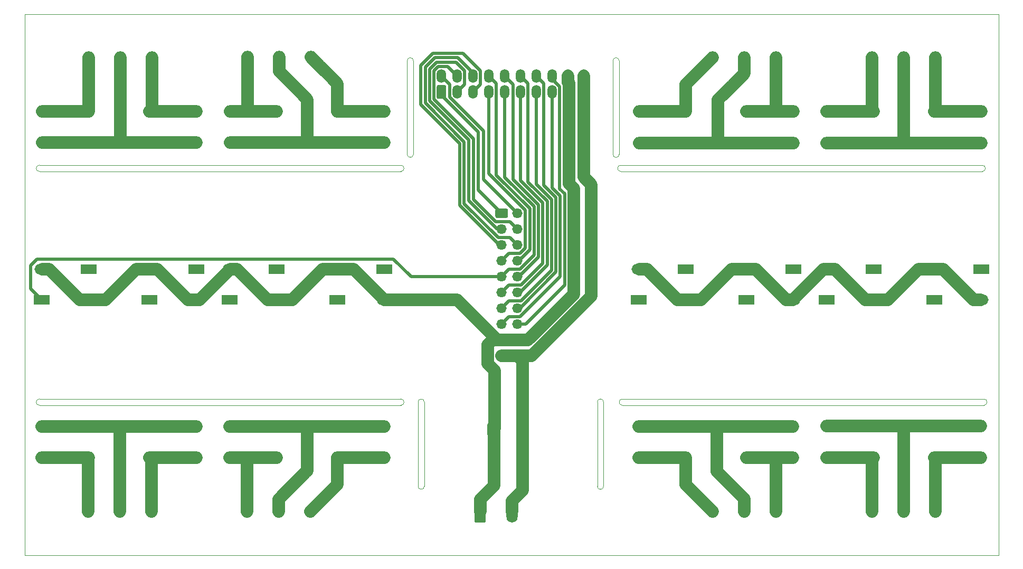
<source format=gbr>
%TF.GenerationSoftware,KiCad,Pcbnew,5.1.9-73d0e3b20d~88~ubuntu20.04.1*%
%TF.CreationDate,2021-03-03T11:34:14+04:00*%
%TF.ProjectId,relay_board,72656c61-795f-4626-9f61-72642e6b6963,rev?*%
%TF.SameCoordinates,Original*%
%TF.FileFunction,Copper,L2,Bot*%
%TF.FilePolarity,Positive*%
%FSLAX46Y46*%
G04 Gerber Fmt 4.6, Leading zero omitted, Abs format (unit mm)*
G04 Created by KiCad (PCBNEW 5.1.9-73d0e3b20d~88~ubuntu20.04.1) date 2021-03-03 11:34:14*
%MOMM*%
%LPD*%
G01*
G04 APERTURE LIST*
%TA.AperFunction,Profile*%
%ADD10C,0.050000*%
%TD*%
%TA.AperFunction,Profile*%
%ADD11C,0.100000*%
%TD*%
%TA.AperFunction,ComponentPad*%
%ADD12O,1.500000X2.200000*%
%TD*%
%TA.AperFunction,ComponentPad*%
%ADD13O,2.000000X2.000000*%
%TD*%
%TA.AperFunction,ComponentPad*%
%ADD14O,2.500000X1.650000*%
%TD*%
%TA.AperFunction,ComponentPad*%
%ADD15R,2.500000X1.650000*%
%TD*%
%TA.AperFunction,ComponentPad*%
%ADD16O,1.650000X1.500000*%
%TD*%
%TA.AperFunction,ComponentPad*%
%ADD17O,1.800000X3.600000*%
%TD*%
%TA.AperFunction,ComponentPad*%
%ADD18C,2.100000*%
%TD*%
%TA.AperFunction,ViaPad*%
%ADD19C,0.800000*%
%TD*%
%TA.AperFunction,Conductor*%
%ADD20C,2.000000*%
%TD*%
%TA.AperFunction,Conductor*%
%ADD21C,1.750000*%
%TD*%
%TA.AperFunction,Conductor*%
%ADD22C,0.500000*%
%TD*%
G04 APERTURE END LIST*
D10*
X145750000Y-46500000D02*
X145750000Y-50500000D01*
X146750000Y-46500000D02*
X146750000Y-50500000D01*
X112750000Y-46500000D02*
X112750000Y-50500000D01*
X113750000Y-46500000D02*
X113750000Y-50500000D01*
X144250000Y-112250000D02*
X144250000Y-114750000D01*
X143250000Y-112250000D02*
X143250000Y-114750000D01*
X114500000Y-101250000D02*
G75*
G02*
X115500000Y-101250000I500000J0D01*
G01*
X115500000Y-114750000D02*
G75*
G02*
X114500000Y-114750000I-500000J0D01*
G01*
X114500000Y-101250000D02*
X114500000Y-114750000D01*
X115500000Y-114750000D02*
X115500000Y-101250000D01*
X143250000Y-101250000D02*
G75*
G02*
X144250000Y-101250000I500000J0D01*
G01*
X144250000Y-114750000D02*
G75*
G02*
X143250000Y-114750000I-500000J0D01*
G01*
X143250000Y-101250000D02*
X143250000Y-112250000D01*
X144250000Y-112250000D02*
X144250000Y-101250000D01*
X112750000Y-46500000D02*
G75*
G02*
X113750000Y-46500000I500000J0D01*
G01*
X113750000Y-61500000D02*
G75*
G02*
X112750000Y-61500000I-500000J0D01*
G01*
X112750000Y-50500000D02*
X112750000Y-61500000D01*
X113750000Y-61500000D02*
X113750000Y-50500000D01*
X145750000Y-46500000D02*
G75*
G02*
X146750000Y-46500000I500000J0D01*
G01*
X146750000Y-61500000D02*
G75*
G02*
X145750000Y-61500000I-500000J0D01*
G01*
X145750000Y-50500000D02*
X145750000Y-61500000D01*
X146750000Y-61500000D02*
X146750000Y-50500000D01*
X53750000Y-64250000D02*
X111750000Y-64250000D01*
X111750000Y-63250000D02*
X53750000Y-63250000D01*
X53750000Y-64250000D02*
G75*
G02*
X53750000Y-63250000I0J500000D01*
G01*
X111750000Y-63250000D02*
G75*
G02*
X111750000Y-64250000I0J-500000D01*
G01*
X53750000Y-101750000D02*
X111750000Y-101750000D01*
X111750000Y-100750000D02*
X53750000Y-100750000D01*
X53750000Y-101750000D02*
G75*
G02*
X53750000Y-100750000I0J500000D01*
G01*
X111750000Y-100750000D02*
G75*
G02*
X111750000Y-101750000I0J-500000D01*
G01*
X147250000Y-101750000D02*
X205250000Y-101750000D01*
X205250000Y-100750000D02*
X147250000Y-100750000D01*
X147250000Y-101750000D02*
G75*
G02*
X147250000Y-100750000I0J500000D01*
G01*
X205250000Y-100750000D02*
G75*
G02*
X205250000Y-101750000I0J-500000D01*
G01*
X147000000Y-64250000D02*
G75*
G02*
X147000000Y-63250000I0J500000D01*
G01*
X205000000Y-63250000D02*
G75*
G02*
X205000000Y-64250000I0J-500000D01*
G01*
X147000000Y-64250000D02*
X205000000Y-64250000D01*
X205000000Y-63250000D02*
X147000000Y-63250000D01*
D11*
X207600000Y-125800000D02*
X51400000Y-125800000D01*
X207600000Y-39000000D02*
X207600000Y-125800000D01*
X51400000Y-125800000D02*
X51400000Y-39000000D01*
X51400000Y-39000000D02*
X207600000Y-39000000D01*
D12*
%TO.P,J12,20*%
%TO.N,GND*%
X141110000Y-48960000D03*
%TO.P,J12,18*%
%TO.N,/COM*%
X138570000Y-48960000D03*
%TO.P,J12,16*%
%TO.N,/L16*%
X136030000Y-48960000D03*
%TO.P,J12,14*%
%TO.N,/L14*%
X133490000Y-48960000D03*
%TO.P,J12,12*%
%TO.N,/L12*%
X130950000Y-48960000D03*
%TO.P,J12,10*%
%TO.N,/L10*%
X128410000Y-48960000D03*
%TO.P,J12,8*%
%TO.N,/L8*%
X125870000Y-48960000D03*
%TO.P,J12,6*%
%TO.N,/L6*%
X123330000Y-48960000D03*
%TO.P,J12,4*%
%TO.N,/L4*%
X120790000Y-48960000D03*
%TO.P,J12,2*%
%TO.N,/L2*%
X118250000Y-48960000D03*
%TO.P,J12,19*%
%TO.N,GND*%
X141110000Y-51500000D03*
%TO.P,J12,17*%
%TO.N,/COM*%
X138570000Y-51500000D03*
%TO.P,J12,15*%
%TO.N,/L15*%
X136030000Y-51500000D03*
%TO.P,J12,13*%
%TO.N,/L13*%
X133490000Y-51500000D03*
%TO.P,J12,11*%
%TO.N,/L11*%
X130950000Y-51500000D03*
%TO.P,J12,9*%
%TO.N,/L9*%
X128410000Y-51500000D03*
%TO.P,J12,7*%
%TO.N,/L7*%
X125870000Y-51500000D03*
%TO.P,J12,5*%
%TO.N,/L5*%
X123330000Y-51500000D03*
%TO.P,J12,3*%
%TO.N,/L3*%
X120790000Y-51500000D03*
%TO.P,J12,1*%
%TO.N,/L1*%
%TA.AperFunction,ComponentPad*%
G36*
G01*
X118779500Y-52600000D02*
X117720500Y-52600000D01*
G75*
G02*
X117500000Y-52379500I0J220500D01*
G01*
X117500000Y-50620500D01*
G75*
G02*
X117720500Y-50400000I220500J0D01*
G01*
X118779500Y-50400000D01*
G75*
G02*
X119000000Y-50620500I0J-220500D01*
G01*
X119000000Y-52379500D01*
G75*
G02*
X118779500Y-52600000I-220500J0D01*
G01*
G37*
%TD.AperFunction*%
%TD*%
D13*
%TO.P,K15,14*%
%TO.N,/sheet6028DD5A/3*%
X180050000Y-110160000D03*
%TO.P,K15,21*%
%TO.N,/sheet6028DD5A/L2*%
X187550000Y-105120000D03*
%TO.P,K15,24*%
%TO.N,/sheet6028DD5A/3*%
X187550000Y-110160000D03*
%TO.P,K15,11*%
%TO.N,/sheet6028DD5A/L2*%
X180050000Y-105120000D03*
D14*
%TO.P,K15,A2*%
%TO.N,/COM*%
X187550000Y-84820000D03*
D15*
%TO.P,K15,A1*%
%TO.N,/L15*%
X180050000Y-84820000D03*
%TD*%
%TO.P,J1,1*%
%TO.N,/L1*%
%TA.AperFunction,ComponentPad*%
G36*
G01*
X126900000Y-71489500D02*
X126900000Y-70430500D01*
G75*
G02*
X127120500Y-70210000I220500J0D01*
G01*
X128679500Y-70210000D01*
G75*
G02*
X128900000Y-70430500I0J-220500D01*
G01*
X128900000Y-71489500D01*
G75*
G02*
X128679500Y-71710000I-220500J0D01*
G01*
X127120500Y-71710000D01*
G75*
G02*
X126900000Y-71489500I0J220500D01*
G01*
G37*
%TD.AperFunction*%
D16*
%TO.P,J1,3*%
%TO.N,/L3*%
X127900000Y-73500000D03*
%TO.P,J1,5*%
%TO.N,/L5*%
X127900000Y-76040000D03*
%TO.P,J1,7*%
%TO.N,/L7*%
X127900000Y-78580000D03*
%TO.P,J1,9*%
%TO.N,/L9*%
X127900000Y-81120000D03*
%TO.P,J1,11*%
%TO.N,/L11*%
X127900000Y-83660000D03*
%TO.P,J1,13*%
%TO.N,/L13*%
X127900000Y-86200000D03*
%TO.P,J1,15*%
%TO.N,/L15*%
X127900000Y-88740000D03*
%TO.P,J1,17*%
%TO.N,/COM*%
X127900000Y-91280000D03*
%TO.P,J1,19*%
%TO.N,GND*%
X127900000Y-93820000D03*
%TO.P,J1,2*%
%TO.N,/L2*%
X130440000Y-70960000D03*
%TO.P,J1,4*%
%TO.N,/L4*%
X130440000Y-73500000D03*
%TO.P,J1,6*%
%TO.N,/L6*%
X130440000Y-76040000D03*
%TO.P,J1,8*%
%TO.N,/L8*%
X130440000Y-78580000D03*
%TO.P,J1,10*%
%TO.N,/L10*%
X130440000Y-81120000D03*
%TO.P,J1,12*%
%TO.N,/L12*%
X130440000Y-83660000D03*
%TO.P,J1,14*%
%TO.N,/L14*%
X130440000Y-86200000D03*
%TO.P,J1,16*%
%TO.N,/L16*%
X130440000Y-88740000D03*
%TO.P,J1,18*%
%TO.N,/COM*%
X130440000Y-91280000D03*
%TO.P,J1,20*%
%TO.N,GND*%
X130440000Y-93820000D03*
%TD*%
D13*
%TO.P,K16,14*%
%TO.N,/sheet6028DD5A/4*%
X197290000Y-110160000D03*
%TO.P,K16,21*%
%TO.N,/sheet6028DD5A/L2*%
X204790000Y-105120000D03*
%TO.P,K16,24*%
%TO.N,/sheet6028DD5A/4*%
X204790000Y-110160000D03*
%TO.P,K16,11*%
%TO.N,/sheet6028DD5A/L2*%
X197290000Y-105120000D03*
D14*
%TO.P,K16,A2*%
%TO.N,/COM*%
X204790000Y-84820000D03*
D15*
%TO.P,K16,A1*%
%TO.N,/L16*%
X197290000Y-84820000D03*
%TD*%
D13*
%TO.P,K14,14*%
%TO.N,/sheet6028DD5A/2*%
X167150000Y-110170000D03*
%TO.P,K14,21*%
%TO.N,/sheet6028DD5A/L1*%
X174650000Y-105130000D03*
%TO.P,K14,24*%
%TO.N,/sheet6028DD5A/2*%
X174650000Y-110170000D03*
%TO.P,K14,11*%
%TO.N,/sheet6028DD5A/L1*%
X167150000Y-105130000D03*
D14*
%TO.P,K14,A2*%
%TO.N,/COM*%
X174650000Y-84830000D03*
D15*
%TO.P,K14,A1*%
%TO.N,/L14*%
X167150000Y-84830000D03*
%TD*%
D13*
%TO.P,K13,14*%
%TO.N,/sheet6028DD5A/1*%
X149920000Y-110170000D03*
%TO.P,K13,21*%
%TO.N,/sheet6028DD5A/L1*%
X157420000Y-105130000D03*
%TO.P,K13,24*%
%TO.N,/sheet6028DD5A/1*%
X157420000Y-110170000D03*
%TO.P,K13,11*%
%TO.N,/sheet6028DD5A/L1*%
X149920000Y-105130000D03*
D14*
%TO.P,K13,A2*%
%TO.N,/COM*%
X157420000Y-84830000D03*
D15*
%TO.P,K13,A1*%
%TO.N,/L13*%
X149920000Y-84830000D03*
%TD*%
D13*
%TO.P,K12,14*%
%TO.N,/3relay_block/4*%
X101550000Y-110180000D03*
%TO.P,K12,21*%
%TO.N,/3relay_block/L2*%
X109050000Y-105140000D03*
%TO.P,K12,24*%
%TO.N,/3relay_block/4*%
X109050000Y-110180000D03*
%TO.P,K12,11*%
%TO.N,/3relay_block/L2*%
X101550000Y-105140000D03*
D14*
%TO.P,K12,A2*%
%TO.N,/COM*%
X109050000Y-84840000D03*
D15*
%TO.P,K12,A1*%
%TO.N,/L12*%
X101550000Y-84840000D03*
%TD*%
D13*
%TO.P,K11,14*%
%TO.N,/3relay_block/3*%
X84300000Y-110180000D03*
%TO.P,K11,21*%
%TO.N,/3relay_block/L2*%
X91800000Y-105140000D03*
%TO.P,K11,24*%
%TO.N,/3relay_block/3*%
X91800000Y-110180000D03*
%TO.P,K11,11*%
%TO.N,/3relay_block/L2*%
X84300000Y-105140000D03*
D14*
%TO.P,K11,A2*%
%TO.N,/COM*%
X91800000Y-84840000D03*
D15*
%TO.P,K11,A1*%
%TO.N,/L11*%
X84300000Y-84840000D03*
%TD*%
D13*
%TO.P,K10,14*%
%TO.N,/3relay_block/2*%
X71400000Y-110180000D03*
%TO.P,K10,21*%
%TO.N,/3relay_block/L1*%
X78900000Y-105140000D03*
%TO.P,K10,24*%
%TO.N,/3relay_block/2*%
X78900000Y-110180000D03*
%TO.P,K10,11*%
%TO.N,/3relay_block/L1*%
X71400000Y-105140000D03*
D14*
%TO.P,K10,A2*%
%TO.N,/COM*%
X78900000Y-84840000D03*
D15*
%TO.P,K10,A1*%
%TO.N,/L10*%
X71400000Y-84840000D03*
%TD*%
D13*
%TO.P,K9,14*%
%TO.N,/3relay_block/1*%
X54170000Y-110200000D03*
%TO.P,K9,21*%
%TO.N,/3relay_block/L1*%
X61670000Y-105160000D03*
%TO.P,K9,24*%
%TO.N,/3relay_block/1*%
X61670000Y-110200000D03*
%TO.P,K9,11*%
%TO.N,/3relay_block/L1*%
X54170000Y-105160000D03*
D14*
%TO.P,K9,A2*%
%TO.N,/COM*%
X61670000Y-84860000D03*
D15*
%TO.P,K9,A1*%
%TO.N,/L9*%
X54170000Y-84860000D03*
%TD*%
D13*
%TO.P,K8,14*%
%TO.N,/sheet60201268/4*%
X61700000Y-54610000D03*
%TO.P,K8,21*%
%TO.N,/sheet60201268/L2*%
X54200000Y-59650000D03*
%TO.P,K8,24*%
%TO.N,/sheet60201268/4*%
X54200000Y-54610000D03*
%TO.P,K8,11*%
%TO.N,/sheet60201268/L2*%
X61700000Y-59650000D03*
D14*
%TO.P,K8,A2*%
%TO.N,/COM*%
X54200000Y-79950000D03*
D15*
%TO.P,K8,A1*%
%TO.N,/L8*%
X61700000Y-79950000D03*
%TD*%
D13*
%TO.P,K7,14*%
%TO.N,/sheet60201268/3*%
X78930000Y-54610000D03*
%TO.P,K7,21*%
%TO.N,/sheet60201268/L2*%
X71430000Y-59650000D03*
%TO.P,K7,24*%
%TO.N,/sheet60201268/3*%
X71430000Y-54610000D03*
%TO.P,K7,11*%
%TO.N,/sheet60201268/L2*%
X78930000Y-59650000D03*
D14*
%TO.P,K7,A2*%
%TO.N,/COM*%
X71430000Y-79950000D03*
D15*
%TO.P,K7,A1*%
%TO.N,/L7*%
X78930000Y-79950000D03*
%TD*%
D13*
%TO.P,K6,14*%
%TO.N,/sheet60201268/2*%
X91820000Y-54610000D03*
%TO.P,K6,21*%
%TO.N,/sheet60201268/L1*%
X84320000Y-59650000D03*
%TO.P,K6,24*%
%TO.N,/sheet60201268/2*%
X84320000Y-54610000D03*
%TO.P,K6,11*%
%TO.N,/sheet60201268/L1*%
X91820000Y-59650000D03*
D14*
%TO.P,K6,A2*%
%TO.N,/COM*%
X84320000Y-79950000D03*
D15*
%TO.P,K6,A1*%
%TO.N,/L6*%
X91820000Y-79950000D03*
%TD*%
D13*
%TO.P,K5,14*%
%TO.N,/sheet60201268/1*%
X109070000Y-54610000D03*
%TO.P,K5,21*%
%TO.N,/sheet60201268/L1*%
X101570000Y-59650000D03*
%TO.P,K5,24*%
%TO.N,/sheet60201268/1*%
X101570000Y-54610000D03*
%TO.P,K5,11*%
%TO.N,/sheet60201268/L1*%
X109070000Y-59650000D03*
D14*
%TO.P,K5,A2*%
%TO.N,/COM*%
X101570000Y-79950000D03*
D15*
%TO.P,K5,A1*%
%TO.N,/L5*%
X109070000Y-79950000D03*
%TD*%
D13*
%TO.P,K4,14*%
%TO.N,/4relay_block/4*%
X157440000Y-54620000D03*
%TO.P,K4,21*%
%TO.N,/4relay_block/L2*%
X149940000Y-59660000D03*
%TO.P,K4,24*%
%TO.N,/4relay_block/4*%
X149940000Y-54620000D03*
%TO.P,K4,11*%
%TO.N,/4relay_block/L2*%
X157440000Y-59660000D03*
D14*
%TO.P,K4,A2*%
%TO.N,/COM*%
X149940000Y-79960000D03*
D15*
%TO.P,K4,A1*%
%TO.N,/L4*%
X157440000Y-79960000D03*
%TD*%
D13*
%TO.P,K3,14*%
%TO.N,/4relay_block/3*%
X174670000Y-54620000D03*
%TO.P,K3,21*%
%TO.N,/4relay_block/L2*%
X167170000Y-59660000D03*
%TO.P,K3,24*%
%TO.N,/4relay_block/3*%
X167170000Y-54620000D03*
%TO.P,K3,11*%
%TO.N,/4relay_block/L2*%
X174670000Y-59660000D03*
D14*
%TO.P,K3,A2*%
%TO.N,/COM*%
X167170000Y-79960000D03*
D15*
%TO.P,K3,A1*%
%TO.N,/L3*%
X174670000Y-79960000D03*
%TD*%
D13*
%TO.P,K2,14*%
%TO.N,/4relay_block/2*%
X187570000Y-54630000D03*
%TO.P,K2,21*%
%TO.N,/4relay_block/L1*%
X180070000Y-59670000D03*
%TO.P,K2,24*%
%TO.N,/4relay_block/2*%
X180070000Y-54630000D03*
%TO.P,K2,11*%
%TO.N,/4relay_block/L1*%
X187570000Y-59670000D03*
D14*
%TO.P,K2,A2*%
%TO.N,/COM*%
X180070000Y-79970000D03*
D15*
%TO.P,K2,A1*%
%TO.N,/L2*%
X187570000Y-79970000D03*
%TD*%
D13*
%TO.P,K1,14*%
%TO.N,/4relay_block/1*%
X204810000Y-54630000D03*
%TO.P,K1,21*%
%TO.N,/4relay_block/L1*%
X197310000Y-59670000D03*
%TO.P,K1,24*%
%TO.N,/4relay_block/1*%
X197310000Y-54630000D03*
%TO.P,K1,11*%
%TO.N,/4relay_block/L1*%
X204810000Y-59670000D03*
D14*
%TO.P,K1,A2*%
%TO.N,/COM*%
X197310000Y-79970000D03*
D15*
%TO.P,K1,A1*%
%TO.N,/L1*%
X204810000Y-79970000D03*
%TD*%
D13*
%TO.P,J11,3*%
%TO.N,/sheet6028DD5A/4*%
X197480000Y-118810000D03*
%TO.P,J11,2*%
%TO.N,/sheet6028DD5A/L2*%
X192400000Y-118810000D03*
%TO.P,J11,1*%
%TO.N,/sheet6028DD5A/3*%
X187320000Y-118810000D03*
%TD*%
%TO.P,J10,3*%
%TO.N,/sheet6028DD5A/2*%
X171930000Y-118800000D03*
%TO.P,J10,2*%
%TO.N,/sheet6028DD5A/L1*%
X166850000Y-118800000D03*
%TO.P,J10,1*%
%TO.N,/sheet6028DD5A/1*%
X161770000Y-118800000D03*
%TD*%
%TO.P,J9,3*%
%TO.N,/3relay_block/4*%
X97200000Y-118800000D03*
%TO.P,J9,2*%
%TO.N,/3relay_block/L2*%
X92120000Y-118800000D03*
%TO.P,J9,1*%
%TO.N,/3relay_block/3*%
X87040000Y-118800000D03*
%TD*%
%TO.P,J8,3*%
%TO.N,/3relay_block/2*%
X71720000Y-118810000D03*
%TO.P,J8,2*%
%TO.N,/3relay_block/L1*%
X66640000Y-118810000D03*
%TO.P,J8,1*%
%TO.N,/3relay_block/1*%
X61560000Y-118810000D03*
%TD*%
%TO.P,J7,3*%
%TO.N,/sheet60201268/4*%
X61660000Y-45990000D03*
%TO.P,J7,2*%
%TO.N,/sheet60201268/L2*%
X66740000Y-45990000D03*
%TO.P,J7,1*%
%TO.N,/sheet60201268/3*%
X71820000Y-45990000D03*
%TD*%
%TO.P,J6,3*%
%TO.N,/sheet60201268/2*%
X87160000Y-45930000D03*
%TO.P,J6,2*%
%TO.N,/sheet60201268/L1*%
X92240000Y-45930000D03*
%TO.P,J6,1*%
%TO.N,/sheet60201268/1*%
X97320000Y-45930000D03*
%TD*%
%TO.P,J5,3*%
%TO.N,/4relay_block/4*%
X161780000Y-45970000D03*
%TO.P,J5,2*%
%TO.N,/4relay_block/L2*%
X166860000Y-45970000D03*
%TO.P,J5,1*%
%TO.N,/4relay_block/3*%
X171940000Y-45970000D03*
%TD*%
%TO.P,J4,3*%
%TO.N,/4relay_block/2*%
X187310000Y-45980000D03*
%TO.P,J4,2*%
%TO.N,/4relay_block/L1*%
X192390000Y-45980000D03*
%TO.P,J4,1*%
%TO.N,/4relay_block/1*%
X197470000Y-45980000D03*
%TD*%
D17*
%TO.P,J3,2*%
%TO.N,GND*%
X129540000Y-118800000D03*
%TO.P,J3,1*%
%TO.N,/COM*%
%TA.AperFunction,ComponentPad*%
G36*
G01*
X123560000Y-120350000D02*
X123560000Y-117250000D01*
G75*
G02*
X123810000Y-117000000I250000J0D01*
G01*
X125110000Y-117000000D01*
G75*
G02*
X125360000Y-117250000I0J-250000D01*
G01*
X125360000Y-120350000D01*
G75*
G02*
X125110000Y-120600000I-250000J0D01*
G01*
X123810000Y-120600000D01*
G75*
G02*
X123560000Y-120350000I0J250000D01*
G01*
G37*
%TD.AperFunction*%
%TD*%
%TO.P,J2,1*%
%TO.N,/COM*%
%TA.AperFunction,ComponentPad*%
G36*
G01*
X125610000Y-106460001D02*
X125610000Y-104859999D01*
G75*
G02*
X125859999Y-104610000I249999J0D01*
G01*
X127460001Y-104610000D01*
G75*
G02*
X127710000Y-104859999I0J-249999D01*
G01*
X127710000Y-106460001D01*
G75*
G02*
X127460001Y-106710000I-249999J0D01*
G01*
X125859999Y-106710000D01*
G75*
G02*
X125610000Y-106460001I0J249999D01*
G01*
G37*
%TD.AperFunction*%
D18*
%TO.P,J2,2*%
%TO.N,GND*%
X131260000Y-105660000D03*
%TD*%
D19*
%TO.N,/COM*%
X139465119Y-80224881D03*
%TO.N,/4relay_block/4*%
X151880000Y-54620000D03*
X153380000Y-54620000D03*
X155380000Y-54620000D03*
X157440000Y-52060000D03*
X157440000Y-50560000D03*
X158625000Y-49125000D03*
X159875000Y-47875000D03*
%TO.N,/4relay_block/3*%
X172380000Y-54620000D03*
X170880000Y-54620000D03*
X169380000Y-54620000D03*
X171940000Y-52060000D03*
X171940000Y-50560000D03*
X171940000Y-49060000D03*
%TO.N,/4relay_block/2*%
X187310000Y-48690000D03*
X187310000Y-50190000D03*
X187310000Y-52190000D03*
X185370000Y-54630000D03*
X183870000Y-54630000D03*
X182370000Y-54630000D03*
%TO.N,/4relay_block/1*%
X202870000Y-54630000D03*
X200870000Y-54630000D03*
X198870000Y-54630000D03*
X197470000Y-52530000D03*
X197470000Y-50530000D03*
X197470000Y-48530000D03*
%TO.N,/sheet60201268/4*%
X58000000Y-54610000D03*
X59390000Y-54610000D03*
X61640000Y-52360000D03*
X61660000Y-50340000D03*
X61660000Y-48340000D03*
X56390000Y-54610000D03*
%TO.N,/sheet60201268/3*%
X71820000Y-48180000D03*
X71820000Y-50180000D03*
X71820000Y-52180000D03*
X73390000Y-54610000D03*
X75390000Y-54610000D03*
X77000000Y-54610000D03*
%TO.N,/sheet60201268/2*%
X90000000Y-54610000D03*
X87160000Y-47840000D03*
X87160000Y-49840000D03*
X87160000Y-51840000D03*
X86390000Y-54610000D03*
X88000000Y-54610000D03*
%TO.N,/sheet60201268/1*%
X107390000Y-54610000D03*
X105390000Y-54610000D03*
X103390000Y-54610000D03*
X98695000Y-47305000D03*
X100000000Y-48500000D03*
X101570000Y-50180000D03*
X101570000Y-52430000D03*
%TO.N,/sheet6028DD5A/4*%
X199340000Y-110160000D03*
X200840000Y-110160000D03*
X202840000Y-110160000D03*
X197480000Y-112520000D03*
X197480000Y-114520000D03*
X197480000Y-116020000D03*
%TO.N,/sheet6028DD5A/3*%
X181840000Y-110160000D03*
X183840000Y-110160000D03*
X185840000Y-110160000D03*
X187320000Y-112680000D03*
X187320000Y-116180000D03*
X187320000Y-114500000D03*
%TO.N,/sheet6028DD5A/2*%
X169330000Y-110170000D03*
X171330000Y-110170000D03*
X172830000Y-110170000D03*
X171930000Y-112570000D03*
X171930000Y-114570000D03*
X171930000Y-116570000D03*
%TO.N,/sheet6028DD5A/1*%
X159735000Y-116765000D03*
X157985000Y-115015000D03*
X157420000Y-113080000D03*
X155330000Y-110170000D03*
X153330000Y-110170000D03*
X151830000Y-110170000D03*
%TO.N,/3relay_block/4*%
X103820000Y-110180000D03*
X105320000Y-110180000D03*
X106820000Y-110180000D03*
X101550000Y-113450000D03*
X100500000Y-115500000D03*
X99000000Y-117000000D03*
%TO.N,/3relay_block/3*%
X86320000Y-110180000D03*
X88320000Y-110180000D03*
X89820000Y-110180000D03*
X87040000Y-112960000D03*
X87040000Y-114960000D03*
X87040000Y-116460000D03*
%TO.N,/3relay_block/2*%
X73820000Y-110180000D03*
X75500000Y-110180000D03*
X77000000Y-110180000D03*
X71720000Y-112280000D03*
X71720000Y-114280000D03*
X71720000Y-116280000D03*
%TO.N,/3relay_block/1*%
X56300000Y-110200000D03*
X58000000Y-110000000D03*
X59800000Y-110200000D03*
X61560000Y-112440000D03*
X61560000Y-114440000D03*
X61560000Y-116440000D03*
%TO.N,/4relay_block/L1*%
X198830000Y-59670000D03*
X202830000Y-59670000D03*
X200830000Y-59670000D03*
X192390000Y-48610000D03*
X192390000Y-50610000D03*
X192390000Y-52610000D03*
X192390000Y-55000000D03*
X192390000Y-57500000D03*
X194500000Y-59670000D03*
X192000000Y-59500000D03*
X190000000Y-59500000D03*
X185330000Y-59670000D03*
X183830000Y-59670000D03*
X182330000Y-59670000D03*
%TO.N,/4relay_block/L2*%
X172340000Y-59660000D03*
X170840000Y-59660000D03*
X169340000Y-59660000D03*
X165340000Y-59660000D03*
X162500000Y-59500000D03*
X159340000Y-59660000D03*
X155340000Y-59660000D03*
X153340000Y-59660000D03*
X151840000Y-59660000D03*
X166860000Y-48140000D03*
X163180000Y-52180000D03*
X164930000Y-50430000D03*
X162630000Y-54870000D03*
X162600000Y-57500000D03*
%TO.N,/sheet60201268/L1*%
X107350000Y-59650000D03*
X105350000Y-59650000D03*
X103350000Y-59650000D03*
X99350000Y-59650000D03*
X93350000Y-59650000D03*
X96500000Y-59650000D03*
X96760000Y-57000000D03*
X96760000Y-54240000D03*
X96015000Y-51985000D03*
X94015000Y-49985000D03*
X92240000Y-48210000D03*
X90350000Y-59650000D03*
X88350000Y-59650000D03*
X86350000Y-59650000D03*
%TO.N,/sheet60201268/L2*%
X77350000Y-59650000D03*
X75350000Y-59650000D03*
X73350000Y-59650000D03*
X69350000Y-59650000D03*
X63350000Y-59650000D03*
X66500000Y-59650000D03*
X60000000Y-59650000D03*
X58350000Y-59650000D03*
X56350000Y-59650000D03*
X66740000Y-57500000D03*
X66740000Y-55000000D03*
X66740000Y-52260000D03*
X66740000Y-50260000D03*
X66740000Y-48260000D03*
%TO.N,/3relay_block/L1*%
X76840000Y-105160000D03*
X74840000Y-105160000D03*
X73340000Y-105160000D03*
X69340000Y-105160000D03*
X66610000Y-105160000D03*
X64340000Y-105160000D03*
X59840000Y-105160000D03*
X57840000Y-105160000D03*
X56340000Y-105160000D03*
X66640000Y-116360000D03*
X66640000Y-114360000D03*
X66640000Y-112360000D03*
X66640000Y-109860000D03*
X66640000Y-107360000D03*
%TO.N,/3relay_block/L2*%
X106860000Y-105140000D03*
X105360000Y-105140000D03*
X103860000Y-105140000D03*
X99360000Y-105140000D03*
X94360000Y-105140000D03*
X89860000Y-105140000D03*
X87860000Y-105140000D03*
X86360000Y-105140000D03*
X92475000Y-116475000D03*
X93975000Y-114975000D03*
X95725000Y-113225000D03*
X96700000Y-110800000D03*
X96700000Y-108300000D03*
X96660000Y-105140000D03*
%TO.N,/sheet6028DD5A/L1*%
X151870000Y-105130000D03*
X153370000Y-105130000D03*
X155370000Y-105130000D03*
X159500000Y-105130000D03*
X162000000Y-105130000D03*
X164500000Y-105130000D03*
X169370000Y-105130000D03*
X171370000Y-105130000D03*
X172870000Y-105130000D03*
X162500000Y-108000000D03*
X162460000Y-110540000D03*
X162795000Y-112705000D03*
X164545000Y-114455000D03*
X166295000Y-116205000D03*
%TO.N,/sheet6028DD5A/L2*%
X202880000Y-105120000D03*
X200880000Y-105120000D03*
X199380000Y-105120000D03*
X194880000Y-105120000D03*
X192000000Y-105120000D03*
X189500000Y-105120000D03*
X185380000Y-105120000D03*
X183380000Y-105120000D03*
X181880000Y-105120000D03*
X192400000Y-116100000D03*
X192400000Y-114600000D03*
X192400000Y-112600000D03*
X192400000Y-110600000D03*
X192400000Y-108100000D03*
%TD*%
D20*
%TO.N,/COM*%
X78900000Y-84840000D02*
X79430000Y-84840000D01*
X79430000Y-84840000D02*
X84320000Y-79950000D01*
X101570000Y-79950000D02*
X104160000Y-79950000D01*
X104160000Y-79950000D02*
X109050000Y-84840000D01*
X60190000Y-84860000D02*
X61670000Y-84860000D01*
X55280000Y-79950000D02*
X60190000Y-84860000D01*
X54200000Y-79950000D02*
X55280000Y-79950000D01*
X69280000Y-79950000D02*
X71430000Y-79950000D01*
X64370000Y-84860000D02*
X69280000Y-79950000D01*
X61670000Y-84860000D02*
X64370000Y-84860000D01*
X77550000Y-84840000D02*
X78900000Y-84840000D01*
X72660000Y-79950000D02*
X77550000Y-84840000D01*
X71430000Y-79950000D02*
X72660000Y-79950000D01*
X90350000Y-84840000D02*
X91800000Y-84840000D01*
X85460000Y-79950000D02*
X90350000Y-84840000D01*
X84320000Y-79950000D02*
X85460000Y-79950000D01*
X99200000Y-79950000D02*
X101570000Y-79950000D01*
X94310000Y-84840000D02*
X99200000Y-79950000D01*
X91800000Y-84840000D02*
X94310000Y-84840000D01*
X179510000Y-79970000D02*
X174650000Y-84830000D01*
X180070000Y-79970000D02*
X179510000Y-79970000D01*
X127210000Y-91280000D02*
X130440000Y-91280000D01*
X120770000Y-84840000D02*
X127210000Y-91280000D01*
X109050000Y-84840000D02*
X120770000Y-84840000D01*
X151240000Y-79960000D02*
X149940000Y-79960000D01*
X156110000Y-84830000D02*
X151240000Y-79960000D01*
X157420000Y-84830000D02*
X156110000Y-84830000D01*
X159880000Y-84830000D02*
X157420000Y-84830000D01*
X164750000Y-79960000D02*
X159880000Y-84830000D01*
X167170000Y-79960000D02*
X164750000Y-79960000D01*
X168680000Y-79960000D02*
X167170000Y-79960000D01*
X173550000Y-84830000D02*
X168680000Y-79960000D01*
X174650000Y-84830000D02*
X173550000Y-84830000D01*
X181400000Y-79970000D02*
X180070000Y-79970000D01*
X186250000Y-84820000D02*
X181400000Y-79970000D01*
X187550000Y-84820000D02*
X186250000Y-84820000D01*
X189870000Y-84820000D02*
X187550000Y-84820000D01*
X194720000Y-79970000D02*
X189870000Y-84820000D01*
X197310000Y-79970000D02*
X194720000Y-79970000D01*
X198720000Y-79970000D02*
X197310000Y-79970000D01*
X203570000Y-84820000D02*
X198720000Y-79970000D01*
X204790000Y-84820000D02*
X203570000Y-84820000D01*
X126660000Y-114640000D02*
X126660000Y-105660000D01*
X124460000Y-116840000D02*
X126660000Y-114640000D01*
X124460000Y-118800000D02*
X124460000Y-116840000D01*
X126800000Y-96200000D02*
X126800000Y-105520000D01*
X126800000Y-105520000D02*
X126660000Y-105660000D01*
X125699989Y-95099989D02*
X126800000Y-96200000D01*
X125699989Y-92050011D02*
X125699989Y-95099989D01*
X126470000Y-91280000D02*
X125699989Y-92050011D01*
X127900000Y-91280000D02*
X126470000Y-91280000D01*
D21*
X138570000Y-48960000D02*
X138570000Y-51500000D01*
D20*
X138680020Y-66200020D02*
X138680020Y-51500000D01*
X139465119Y-66985119D02*
X138680020Y-66200020D01*
X138570000Y-49942307D02*
X138680010Y-50052317D01*
X138680010Y-50052317D02*
X138680010Y-51500000D01*
X138570000Y-48960000D02*
X138570000Y-49942307D01*
X139465119Y-77974881D02*
X139465119Y-66985119D01*
X130440000Y-91280000D02*
X132148716Y-91280000D01*
X132148716Y-91280000D02*
X139465119Y-83963597D01*
X139465119Y-80224881D02*
X139465119Y-77974881D01*
X139465119Y-83963597D02*
X139465119Y-80224881D01*
D22*
%TO.N,/L16*%
X136030000Y-48960000D02*
X136030000Y-49452930D01*
X136030000Y-49452930D02*
X137230000Y-50652930D01*
X137230000Y-50652930D02*
X137230000Y-67068245D01*
X137230000Y-67068245D02*
X138015109Y-67853354D01*
X138015109Y-67853354D02*
X138015109Y-82489891D01*
X138015109Y-82489891D02*
X131765000Y-88740000D01*
X131765000Y-88740000D02*
X130440000Y-88740000D01*
%TO.N,/L14*%
X130802013Y-86200000D02*
X130440000Y-86200000D01*
X136615087Y-68433262D02*
X136615087Y-80386926D01*
X133490000Y-48960000D02*
X134690010Y-50160010D01*
X136615087Y-80386926D02*
X130802013Y-86200000D01*
X134690010Y-66508185D02*
X136615087Y-68433262D01*
X134690010Y-50160010D02*
X134690010Y-66508185D01*
%TO.N,/L12*%
X135215065Y-79264900D02*
X130819965Y-83660000D01*
X135215065Y-69013170D02*
X135215065Y-79264900D01*
X132150010Y-50160010D02*
X132150010Y-65948115D01*
X132150010Y-65948115D02*
X135215065Y-69013170D01*
X130819965Y-83660000D02*
X130440000Y-83660000D01*
X130950000Y-48960000D02*
X132150010Y-50160010D01*
%TO.N,/L10*%
X133649934Y-78132100D02*
X130662033Y-81120000D01*
X133649934Y-78125109D02*
X133649934Y-78132100D01*
X133815043Y-77960000D02*
X133649934Y-78125109D01*
X130662033Y-81120000D02*
X130440000Y-81120000D01*
X133815043Y-69593078D02*
X133815043Y-77960000D01*
X129749990Y-65528025D02*
X133815043Y-69593078D01*
X129749990Y-50299990D02*
X129749990Y-65528025D01*
X128410000Y-48960000D02*
X129749990Y-50299990D01*
%TO.N,/L8*%
X127070010Y-50160010D02*
X127070010Y-64827975D01*
X130662035Y-78580000D02*
X130440000Y-78580000D01*
X127070010Y-64827975D02*
X132415021Y-70172986D01*
X125870000Y-48960000D02*
X127070010Y-50160010D01*
X132415021Y-70172986D02*
X132415021Y-76827014D01*
X132415021Y-76827014D02*
X130662035Y-78580000D01*
%TO.N,/L6*%
X121900000Y-59487176D02*
X121900000Y-69412049D01*
X123330000Y-48462968D02*
X120877000Y-46009968D01*
X117173032Y-46009968D02*
X115649968Y-47533032D01*
X129239990Y-74839990D02*
X130440000Y-76040000D01*
X120877000Y-46009968D02*
X117173032Y-46009968D01*
X123330000Y-48960000D02*
X123330000Y-48462968D01*
X121900000Y-69412049D02*
X127327941Y-74839990D01*
X115649968Y-53237144D02*
X121900000Y-59487176D01*
X115649968Y-47533032D02*
X115649968Y-53237144D01*
X127327941Y-74839990D02*
X129239990Y-74839990D01*
%TO.N,/L4*%
X120790000Y-48960000D02*
X119239990Y-47409990D01*
X117752940Y-47409990D02*
X117049990Y-48112940D01*
X123420000Y-59027246D02*
X123420000Y-68737245D01*
X119239990Y-47409990D02*
X117752940Y-47409990D01*
X126982745Y-72299990D02*
X129239990Y-72299990D01*
X117049990Y-48112940D02*
X117049990Y-52657236D01*
X117049990Y-52657236D02*
X123420000Y-59027246D01*
X129239990Y-72299990D02*
X130440000Y-73500000D01*
X123420000Y-68737245D02*
X126982745Y-72299990D01*
%TO.N,/L2*%
X124980000Y-65500000D02*
X130440000Y-70960000D01*
X119589990Y-50299990D02*
X119589990Y-52347060D01*
X124980000Y-57737070D02*
X124980000Y-65500000D01*
X119589990Y-52347060D02*
X124980000Y-57737070D01*
X118250000Y-48960000D02*
X119589990Y-50299990D01*
%TO.N,/L15*%
X137315098Y-81096971D02*
X130872079Y-87539990D01*
X137315098Y-68143308D02*
X137315098Y-81096971D01*
X129100010Y-87539990D02*
X127900000Y-88740000D01*
X130872079Y-87539990D02*
X129100010Y-87539990D01*
X136030000Y-51500000D02*
X136030000Y-66858210D01*
X136030000Y-66858210D02*
X137315098Y-68143308D01*
%TO.N,/L13*%
X129100010Y-84999990D02*
X127900000Y-86200000D01*
X135915076Y-80094924D02*
X135850000Y-80160000D01*
X135850000Y-80160000D02*
X135850000Y-80162049D01*
X133490000Y-51500000D02*
X133490000Y-66298140D01*
X133490000Y-66298140D02*
X135915076Y-68723216D01*
X135915076Y-68723216D02*
X135915076Y-80094924D01*
X135850000Y-80162049D02*
X131012059Y-84999990D01*
X131012059Y-84999990D02*
X129100010Y-84999990D01*
%TO.N,/L11*%
X129100010Y-82459990D02*
X127900000Y-83660000D01*
X134515054Y-69303124D02*
X134515054Y-78974946D01*
X134202049Y-79270000D02*
X131012060Y-82459989D01*
X130950000Y-51500000D02*
X130950000Y-65738070D01*
X134515054Y-78974946D02*
X134220000Y-79270000D01*
X130950000Y-65738070D02*
X134515054Y-69303124D01*
X134220000Y-79270000D02*
X134202049Y-79270000D01*
X131012060Y-82459989D02*
X129100010Y-82459990D01*
%TO.N,/L9*%
X52370000Y-79330000D02*
X52370000Y-83060000D01*
X53390000Y-78310000D02*
X52370000Y-79330000D01*
X52370000Y-83060000D02*
X54170000Y-84860000D01*
X110560000Y-78310000D02*
X53390000Y-78310000D01*
X113370000Y-81120000D02*
X110560000Y-78310000D01*
X127900000Y-81120000D02*
X113370000Y-81120000D01*
X132949923Y-77842146D02*
X130872079Y-79919990D01*
X132949923Y-77830077D02*
X132949923Y-77842146D01*
X130872079Y-79919990D02*
X129100010Y-79919990D01*
X133115032Y-77664968D02*
X132949923Y-77830077D01*
X133115032Y-69883032D02*
X133115032Y-77664968D01*
X129100010Y-79919990D02*
X127900000Y-81120000D01*
X128410000Y-65178000D02*
X133115032Y-69883032D01*
X128410000Y-51500000D02*
X128410000Y-65178000D01*
%TO.N,/L7*%
X131715010Y-70462940D02*
X131715010Y-76537060D01*
X130872080Y-77379990D02*
X129100010Y-77379990D01*
X125870000Y-64617930D02*
X131715010Y-70462940D01*
X125870000Y-51500000D02*
X125870000Y-64617930D01*
X131715010Y-76537060D02*
X130872080Y-77379990D01*
X129100010Y-77379990D02*
X127900000Y-78580000D01*
%TO.N,/L5*%
X127537987Y-76040000D02*
X127900000Y-76040000D01*
X121190000Y-69692013D02*
X127537987Y-76040000D01*
X121190000Y-59767141D02*
X121190000Y-69692013D01*
X114949957Y-53527098D02*
X121190000Y-59767141D01*
X114949957Y-47243078D02*
X114949957Y-53527098D01*
X121727030Y-45309960D02*
X119616925Y-45309960D01*
X119616925Y-45309960D02*
X119616922Y-45309957D01*
X124530010Y-48112940D02*
X121727030Y-45309960D01*
X116883078Y-45309957D02*
X114949957Y-47243078D01*
X119616922Y-45309957D02*
X116883078Y-45309957D01*
X124530010Y-50299990D02*
X124530010Y-48112940D01*
X123330000Y-51500000D02*
X124530010Y-50299990D01*
%TO.N,/L3*%
X127192791Y-73500000D02*
X127900000Y-73500000D01*
X120587047Y-46709979D02*
X117462986Y-46709979D01*
X122600011Y-59197222D02*
X122600011Y-68907220D01*
X116349979Y-52947190D02*
X122600011Y-59197222D01*
X121990010Y-48112942D02*
X120587047Y-46709979D01*
X116349979Y-47822986D02*
X116349979Y-52947190D01*
X121990010Y-50299990D02*
X121990010Y-48112942D01*
X120790000Y-51500000D02*
X121990010Y-50299990D01*
X122600011Y-68907220D02*
X127192791Y-73500000D01*
X117462986Y-46709979D02*
X116349979Y-47822986D01*
%TO.N,/L1*%
X118250000Y-51997035D02*
X124190000Y-57937035D01*
X118250000Y-51500000D02*
X118250000Y-51997035D01*
X124190000Y-57937035D02*
X124190000Y-67250000D01*
X124190000Y-67250000D02*
X127900000Y-70960000D01*
D20*
%TO.N,/4relay_block/4*%
X149940000Y-54620000D02*
X151880000Y-54620000D01*
X157440000Y-50310000D02*
X158625000Y-49125000D01*
X157440000Y-54620000D02*
X157440000Y-52060000D01*
X151880000Y-54620000D02*
X153380000Y-54620000D01*
X153380000Y-54620000D02*
X155380000Y-54620000D01*
X155380000Y-54620000D02*
X157440000Y-54620000D01*
X157440000Y-52060000D02*
X157440000Y-50560000D01*
X157440000Y-50560000D02*
X157440000Y-50310000D01*
X158625000Y-49125000D02*
X159875000Y-47875000D01*
X159875000Y-47875000D02*
X161780000Y-45970000D01*
%TO.N,/4relay_block/3*%
X171940000Y-54560000D02*
X171880000Y-54620000D01*
X171940000Y-45970000D02*
X171940000Y-49060000D01*
X171880000Y-54620000D02*
X170880000Y-54620000D01*
X174670000Y-54620000D02*
X172380000Y-54620000D01*
X172380000Y-54620000D02*
X171880000Y-54620000D01*
X170880000Y-54620000D02*
X169380000Y-54620000D01*
X169380000Y-54620000D02*
X167170000Y-54620000D01*
X171940000Y-52060000D02*
X171940000Y-54560000D01*
X171940000Y-50560000D02*
X171940000Y-52060000D01*
X171940000Y-49060000D02*
X171940000Y-50560000D01*
%TO.N,/4relay_block/2*%
X187310000Y-54370000D02*
X187570000Y-54630000D01*
X187310000Y-45980000D02*
X187310000Y-48690000D01*
X187570000Y-54630000D02*
X185370000Y-54630000D01*
X187310000Y-50190000D02*
X187310000Y-52190000D01*
X187310000Y-52190000D02*
X187310000Y-54370000D01*
X185370000Y-54630000D02*
X183870000Y-54630000D01*
X183870000Y-54630000D02*
X182370000Y-54630000D01*
X182370000Y-54630000D02*
X180070000Y-54630000D01*
X187310000Y-48690000D02*
X187310000Y-50190000D01*
%TO.N,/4relay_block/1*%
X204810000Y-54630000D02*
X202870000Y-54630000D01*
X197470000Y-54470000D02*
X197310000Y-54630000D01*
X197470000Y-45980000D02*
X197470000Y-48530000D01*
X202870000Y-54630000D02*
X200870000Y-54630000D01*
X200870000Y-54630000D02*
X198870000Y-54630000D01*
X198870000Y-54630000D02*
X197310000Y-54630000D01*
X197470000Y-52530000D02*
X197470000Y-54470000D01*
X197470000Y-50530000D02*
X197470000Y-52530000D01*
X197470000Y-48530000D02*
X197470000Y-50530000D01*
%TO.N,/sheet60201268/4*%
X61660000Y-54570000D02*
X61700000Y-54610000D01*
X61660000Y-45990000D02*
X61660000Y-48340000D01*
X61700000Y-54610000D02*
X56390000Y-54610000D01*
X61660000Y-51340000D02*
X61660000Y-54570000D01*
X61660000Y-50340000D02*
X61660000Y-51340000D01*
X61660000Y-49340000D02*
X61660000Y-50340000D01*
X61660000Y-48340000D02*
X61660000Y-49340000D01*
X56390000Y-54610000D02*
X54200000Y-54610000D01*
%TO.N,/sheet60201268/3*%
X78930000Y-54610000D02*
X71430000Y-54610000D01*
X71820000Y-54220000D02*
X71430000Y-54610000D01*
X71820000Y-45990000D02*
X71820000Y-54220000D01*
%TO.N,/sheet60201268/2*%
X87160000Y-54160000D02*
X87610000Y-54610000D01*
X87160000Y-45930000D02*
X87160000Y-47840000D01*
X87610000Y-54610000D02*
X89390000Y-54610000D01*
X84320000Y-54610000D02*
X86390000Y-54610000D01*
X90390000Y-54610000D02*
X91820000Y-54610000D01*
X89390000Y-54610000D02*
X90390000Y-54610000D01*
X87160000Y-47840000D02*
X87160000Y-48840000D01*
X87160000Y-48840000D02*
X87160000Y-49840000D01*
X87160000Y-49840000D02*
X87160000Y-50840000D01*
X87160000Y-50840000D02*
X87160000Y-51840000D01*
X87160000Y-51840000D02*
X87160000Y-52840000D01*
X87160000Y-52840000D02*
X87160000Y-54160000D01*
X86390000Y-54610000D02*
X87610000Y-54610000D01*
X87610000Y-54610000D02*
X87610000Y-54610000D01*
%TO.N,/sheet60201268/1*%
X101570000Y-54610000D02*
X103390000Y-54610000D01*
X101570000Y-50180000D02*
X100695000Y-49305000D01*
X101570000Y-54610000D02*
X101570000Y-52430000D01*
X107390000Y-54610000D02*
X109070000Y-54610000D01*
X106390000Y-54610000D02*
X107390000Y-54610000D01*
X105390000Y-54610000D02*
X106390000Y-54610000D01*
X104390000Y-54610000D02*
X105390000Y-54610000D01*
X103390000Y-54610000D02*
X104390000Y-54610000D01*
X98695000Y-47305000D02*
X97320000Y-45930000D01*
X99695000Y-48305000D02*
X98695000Y-47305000D01*
X100695000Y-49305000D02*
X99695000Y-48305000D01*
X101570000Y-50180000D02*
X101570000Y-50180000D01*
X101570000Y-51430000D02*
X101570000Y-50180000D01*
X101570000Y-52430000D02*
X101570000Y-51430000D01*
%TO.N,/sheet6028DD5A/4*%
X197480000Y-110350000D02*
X197290000Y-110160000D01*
X197480000Y-118810000D02*
X197480000Y-110350000D01*
X204790000Y-110160000D02*
X197290000Y-110160000D01*
%TO.N,/sheet6028DD5A/3*%
X187320000Y-110390000D02*
X187550000Y-110160000D01*
X187320000Y-118810000D02*
X187320000Y-110390000D01*
X187550000Y-110160000D02*
X180050000Y-110160000D01*
%TO.N,/sheet6028DD5A/2*%
X171930000Y-118800000D02*
X171930000Y-110270000D01*
X171930000Y-110270000D02*
X171830000Y-110170000D01*
X171830000Y-110170000D02*
X167150000Y-110170000D01*
X174650000Y-110170000D02*
X171830000Y-110170000D01*
%TO.N,/sheet6028DD5A/1*%
X157420000Y-114450000D02*
X161770000Y-118800000D01*
X157420000Y-110170000D02*
X157420000Y-114450000D01*
X157420000Y-110170000D02*
X149920000Y-110170000D01*
%TO.N,/3relay_block/4*%
X101550000Y-110180000D02*
X109050000Y-110180000D01*
X101550000Y-114450000D02*
X97200000Y-118800000D01*
X101550000Y-110180000D02*
X101550000Y-114450000D01*
%TO.N,/3relay_block/3*%
X87040000Y-110540000D02*
X86680000Y-110180000D01*
X87040000Y-118800000D02*
X87040000Y-110540000D01*
X86680000Y-110180000D02*
X84300000Y-110180000D01*
X91800000Y-110180000D02*
X86680000Y-110180000D01*
%TO.N,/3relay_block/2*%
X78900000Y-110180000D02*
X71400000Y-110180000D01*
X71720000Y-110500000D02*
X71400000Y-110180000D01*
X71720000Y-118810000D02*
X71720000Y-110500000D01*
%TO.N,/3relay_block/1*%
X61560000Y-110310000D02*
X61670000Y-110200000D01*
X61560000Y-118810000D02*
X61560000Y-110310000D01*
X61670000Y-110200000D02*
X54170000Y-110200000D01*
%TO.N,GND*%
X131260000Y-94640000D02*
X130440000Y-93820000D01*
X131260000Y-105660000D02*
X131260000Y-94640000D01*
X130440000Y-93820000D02*
X127900000Y-93820000D01*
X131260000Y-115420000D02*
X131260000Y-105660000D01*
X129540000Y-117140000D02*
X131260000Y-115420000D01*
X129540000Y-118800000D02*
X129540000Y-117140000D01*
X141080000Y-48990000D02*
X141110000Y-48960000D01*
X142290000Y-84250000D02*
X142290000Y-66350000D01*
X141080000Y-65140000D02*
X141080000Y-48990000D01*
X142290000Y-66350000D02*
X141080000Y-65140000D01*
X132720000Y-93820000D02*
X142290000Y-84250000D01*
X130440000Y-93820000D02*
X132720000Y-93820000D01*
%TO.N,/4relay_block/L1*%
X192390000Y-59610000D02*
X192330000Y-59670000D01*
X192390000Y-45980000D02*
X192390000Y-48610000D01*
X192330000Y-59670000D02*
X192330000Y-59670000D01*
X180070000Y-59670000D02*
X182330000Y-59670000D01*
X198830000Y-59670000D02*
X200830000Y-59670000D01*
X202830000Y-59670000D02*
X204810000Y-59670000D01*
X200830000Y-59670000D02*
X202830000Y-59670000D01*
X192390000Y-48610000D02*
X192390000Y-50610000D01*
X192390000Y-50610000D02*
X192390000Y-52610000D01*
X192390000Y-52610000D02*
X192390000Y-54610000D01*
X192390000Y-54610000D02*
X192390000Y-56610000D01*
X192390000Y-56610000D02*
X192390000Y-58110000D01*
X192390000Y-58110000D02*
X192390000Y-59610000D01*
X192330000Y-59670000D02*
X193830000Y-59670000D01*
X193830000Y-59670000D02*
X195330000Y-59670000D01*
X195330000Y-59670000D02*
X198830000Y-59670000D01*
X190830000Y-59670000D02*
X192330000Y-59670000D01*
X189330000Y-59670000D02*
X190830000Y-59670000D01*
X185330000Y-59670000D02*
X189330000Y-59670000D01*
X183830000Y-59670000D02*
X185330000Y-59670000D01*
X182330000Y-59670000D02*
X183830000Y-59670000D01*
%TO.N,/4relay_block/L2*%
X162660000Y-59660000D02*
X163340000Y-59660000D01*
X149940000Y-59660000D02*
X151840000Y-59660000D01*
X162600000Y-52760000D02*
X162600000Y-56400000D01*
X166860000Y-48500000D02*
X164930000Y-50430000D01*
X162600000Y-59600000D02*
X162660000Y-59660000D01*
X166860000Y-45970000D02*
X166860000Y-48140000D01*
X172840000Y-59660000D02*
X174670000Y-59660000D01*
X171340000Y-59660000D02*
X172340000Y-59660000D01*
X169840000Y-59660000D02*
X170840000Y-59660000D01*
X172340000Y-59660000D02*
X172840000Y-59660000D01*
X170840000Y-59660000D02*
X171340000Y-59660000D01*
X169340000Y-59660000D02*
X169840000Y-59660000D01*
X165340000Y-59660000D02*
X169340000Y-59660000D01*
X163840000Y-59660000D02*
X165340000Y-59660000D01*
X162340000Y-59660000D02*
X162660000Y-59660000D01*
X160840000Y-59660000D02*
X162340000Y-59660000D01*
X159340000Y-59660000D02*
X160840000Y-59660000D01*
X155340000Y-59660000D02*
X159340000Y-59660000D01*
X153340000Y-59660000D02*
X155340000Y-59660000D01*
X151840000Y-59660000D02*
X153340000Y-59660000D01*
X166860000Y-48140000D02*
X166860000Y-48500000D01*
X163180000Y-52180000D02*
X162600000Y-52760000D01*
X164930000Y-50430000D02*
X163180000Y-52180000D01*
X162600000Y-56400000D02*
X162600000Y-57900000D01*
X162600000Y-57900000D02*
X162600000Y-59600000D01*
X163340000Y-59660000D02*
X163840000Y-59660000D01*
%TO.N,/sheet60201268/L1*%
X96760000Y-59650000D02*
X98350000Y-59650000D01*
X84320000Y-59650000D02*
X86350000Y-59650000D01*
X96760000Y-52730000D02*
X96760000Y-53240000D01*
X92240000Y-48210000D02*
X93015000Y-48985000D01*
X92240000Y-45930000D02*
X92240000Y-48210000D01*
X107350000Y-59650000D02*
X109070000Y-59650000D01*
X106350000Y-59650000D02*
X107350000Y-59650000D01*
X105350000Y-59650000D02*
X106350000Y-59650000D01*
X104350000Y-59650000D02*
X105350000Y-59650000D01*
X103350000Y-59650000D02*
X104350000Y-59650000D01*
X99350000Y-59650000D02*
X103350000Y-59650000D01*
X98350000Y-59650000D02*
X99350000Y-59650000D01*
X93350000Y-59650000D02*
X94350000Y-59650000D01*
X94350000Y-59650000D02*
X95350000Y-59650000D01*
X95350000Y-59650000D02*
X96350000Y-59650000D01*
X96350000Y-59650000D02*
X96760000Y-59650000D01*
X96760000Y-58240000D02*
X96760000Y-59650000D01*
X96760000Y-57240000D02*
X96760000Y-58240000D01*
X96760000Y-56240000D02*
X96760000Y-57240000D01*
X96760000Y-55240000D02*
X96760000Y-56240000D01*
X96760000Y-54240000D02*
X96760000Y-55240000D01*
X96760000Y-53240000D02*
X96760000Y-54240000D01*
X96015000Y-51985000D02*
X96760000Y-52730000D01*
X95015000Y-50985000D02*
X96015000Y-51985000D01*
X94015000Y-49985000D02*
X95015000Y-50985000D01*
X93015000Y-48985000D02*
X94015000Y-49985000D01*
X92240000Y-48210000D02*
X92240000Y-48210000D01*
X90350000Y-59650000D02*
X93350000Y-59650000D01*
X89350000Y-59650000D02*
X90350000Y-59650000D01*
X88350000Y-59650000D02*
X89350000Y-59650000D01*
X87350000Y-59650000D02*
X88350000Y-59650000D01*
X86350000Y-59650000D02*
X87350000Y-59650000D01*
%TO.N,/sheet60201268/L2*%
X66740000Y-59610000D02*
X66780000Y-59650000D01*
X66740000Y-45990000D02*
X66740000Y-59610000D01*
X66780000Y-59650000D02*
X67350000Y-59650000D01*
X54200000Y-59650000D02*
X66780000Y-59650000D01*
X67350000Y-59650000D02*
X78930000Y-59650000D01*
%TO.N,/3relay_block/L1*%
X78880000Y-105160000D02*
X78900000Y-105140000D01*
X66640000Y-105180000D02*
X66660000Y-105160000D01*
X66640000Y-118810000D02*
X66640000Y-105180000D01*
X66660000Y-105160000D02*
X78880000Y-105160000D01*
X54170000Y-105160000D02*
X66660000Y-105160000D01*
%TO.N,/3relay_block/L2*%
X109050000Y-105140000D02*
X96660000Y-105140000D01*
X92120000Y-116830000D02*
X92475000Y-116475000D01*
X92120000Y-118800000D02*
X92120000Y-116830000D01*
X96500000Y-112450000D02*
X92475000Y-116475000D01*
X96690000Y-105310000D02*
X96690000Y-112260000D01*
X96690000Y-112260000D02*
X96500000Y-112450000D01*
X96860000Y-105140000D02*
X96690000Y-105310000D01*
X96660000Y-105140000D02*
X84300000Y-105140000D01*
%TO.N,/sheet6028DD5A/L1*%
X174650000Y-105130000D02*
X163370000Y-105130000D01*
X167150000Y-105130000D02*
X149920000Y-105130000D01*
X162450000Y-106050000D02*
X162500000Y-106000000D01*
X162450000Y-112360000D02*
X162450000Y-106050000D01*
X166850000Y-116760000D02*
X162450000Y-112360000D01*
X166850000Y-118800000D02*
X166850000Y-116760000D01*
%TO.N,/sheet6028DD5A/L2*%
X192400000Y-105140000D02*
X192380000Y-105120000D01*
X192400000Y-118810000D02*
X192400000Y-105140000D01*
X192380000Y-105120000D02*
X180050000Y-105120000D01*
X204790000Y-105120000D02*
X192380000Y-105120000D01*
%TD*%
M02*

</source>
